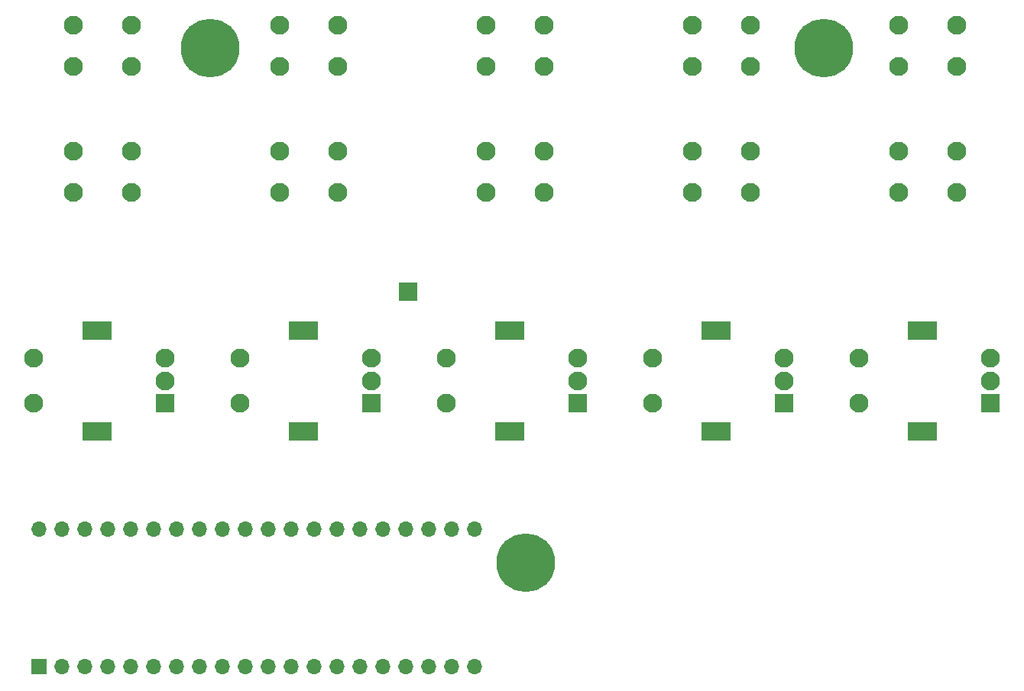
<source format=gbr>
%TF.GenerationSoftware,KiCad,Pcbnew,(5.1.6)-1*%
%TF.CreationDate,2020-08-29T20:59:02-04:00*%
%TF.ProjectId,autopilotv1,6175746f-7069-46c6-9f74-76312e6b6963,rev?*%
%TF.SameCoordinates,Original*%
%TF.FileFunction,Soldermask,Top*%
%TF.FilePolarity,Negative*%
%FSLAX46Y46*%
G04 Gerber Fmt 4.6, Leading zero omitted, Abs format (unit mm)*
G04 Created by KiCad (PCBNEW (5.1.6)-1) date 2020-08-29 20:59:02*
%MOMM*%
%LPD*%
G01*
G04 APERTURE LIST*
%ADD10C,6.500000*%
%ADD11R,2.100000X2.100000*%
%ADD12O,1.700000X1.700000*%
%ADD13R,1.700000X1.700000*%
%ADD14C,2.100000*%
%ADD15R,3.300000X2.100000*%
G04 APERTURE END LIST*
D10*
%TO.C,M3*%
X120000000Y-137000000D03*
%TD*%
%TO.C,M3*%
X85000000Y-80000000D03*
%TD*%
%TO.C,M3*%
X153000000Y-80000000D03*
%TD*%
D11*
%TO.C,J1*%
X107000000Y-107000000D03*
%TD*%
D12*
%TO.C,U1*%
X66040000Y-133350000D03*
X114300000Y-148590000D03*
X68580000Y-133350000D03*
X111760000Y-148590000D03*
X71120000Y-133350000D03*
X109220000Y-148590000D03*
X73660000Y-133350000D03*
X106680000Y-148590000D03*
X76200000Y-133350000D03*
X104140000Y-148590000D03*
X78740000Y-133350000D03*
X101600000Y-148590000D03*
X81280000Y-133350000D03*
X99060000Y-148590000D03*
X83820000Y-133350000D03*
X96520000Y-148590000D03*
X86360000Y-133350000D03*
X93980000Y-148590000D03*
X88900000Y-133350000D03*
X91440000Y-148590000D03*
X91440000Y-133350000D03*
X88900000Y-148590000D03*
X93980000Y-133350000D03*
X86360000Y-148590000D03*
X96520000Y-133350000D03*
X83820000Y-148590000D03*
X99060000Y-133350000D03*
X81280000Y-148590000D03*
X101600000Y-133350000D03*
X78740000Y-148590000D03*
X104140000Y-133350000D03*
X76200000Y-148590000D03*
X106680000Y-133350000D03*
X73660000Y-148590000D03*
X109220000Y-133350000D03*
X71120000Y-148590000D03*
X111760000Y-133350000D03*
X68580000Y-148590000D03*
X114300000Y-133350000D03*
D13*
X66040000Y-148590000D03*
%TD*%
D14*
%TO.C,SW7*%
X144930000Y-77470000D03*
X144930000Y-81970000D03*
X138430000Y-77470000D03*
X138430000Y-81970000D03*
%TD*%
%TO.C,SW1*%
X167790000Y-91440000D03*
X167790000Y-95940000D03*
X161290000Y-91440000D03*
X161290000Y-95940000D03*
%TD*%
%TO.C,SW3*%
X115570000Y-95940000D03*
X115570000Y-91440000D03*
X122070000Y-95940000D03*
X122070000Y-91440000D03*
%TD*%
%TO.C,SW5*%
X76350000Y-91440000D03*
X76350000Y-95940000D03*
X69850000Y-91440000D03*
X69850000Y-95940000D03*
%TD*%
%TO.C,SW2*%
X144930000Y-91440000D03*
X144930000Y-95940000D03*
X138430000Y-91440000D03*
X138430000Y-95940000D03*
%TD*%
%TO.C,SW10*%
X76350000Y-77470000D03*
X76350000Y-81970000D03*
X69850000Y-77470000D03*
X69850000Y-81970000D03*
%TD*%
%TO.C,SW9*%
X99210000Y-77470000D03*
X99210000Y-81970000D03*
X92710000Y-77470000D03*
X92710000Y-81970000D03*
%TD*%
%TO.C,SW8*%
X122070000Y-77470000D03*
X122070000Y-81970000D03*
X115570000Y-77470000D03*
X115570000Y-81970000D03*
%TD*%
%TO.C,SW6*%
X167790000Y-77470000D03*
X167790000Y-81970000D03*
X161290000Y-77470000D03*
X161290000Y-81970000D03*
%TD*%
%TO.C,SW4*%
X99210000Y-91440000D03*
X99210000Y-95940000D03*
X92710000Y-91440000D03*
X92710000Y-95940000D03*
%TD*%
%TO.C,SW12*%
X88370000Y-114380000D03*
X88370000Y-119380000D03*
D15*
X95370000Y-111280000D03*
X95370000Y-122480000D03*
D14*
X102870000Y-114380000D03*
X102870000Y-116880000D03*
D11*
X102870000Y-119380000D03*
%TD*%
%TO.C,SW15*%
X171450000Y-119380000D03*
D14*
X171450000Y-116880000D03*
X171450000Y-114380000D03*
D15*
X163950000Y-122480000D03*
X163950000Y-111280000D03*
D14*
X156950000Y-119380000D03*
X156950000Y-114380000D03*
%TD*%
%TO.C,SW14*%
X134090000Y-114380000D03*
X134090000Y-119380000D03*
D15*
X141090000Y-111280000D03*
X141090000Y-122480000D03*
D14*
X148590000Y-114380000D03*
X148590000Y-116880000D03*
D11*
X148590000Y-119380000D03*
%TD*%
D14*
%TO.C,SW13*%
X111230000Y-114380000D03*
X111230000Y-119380000D03*
D15*
X118230000Y-111280000D03*
X118230000Y-122480000D03*
D14*
X125730000Y-114380000D03*
X125730000Y-116880000D03*
D11*
X125730000Y-119380000D03*
%TD*%
D14*
%TO.C,SW11*%
X65510000Y-114380000D03*
X65510000Y-119380000D03*
D15*
X72510000Y-111280000D03*
X72510000Y-122480000D03*
D14*
X80010000Y-114380000D03*
X80010000Y-116880000D03*
D11*
X80010000Y-119380000D03*
%TD*%
M02*

</source>
